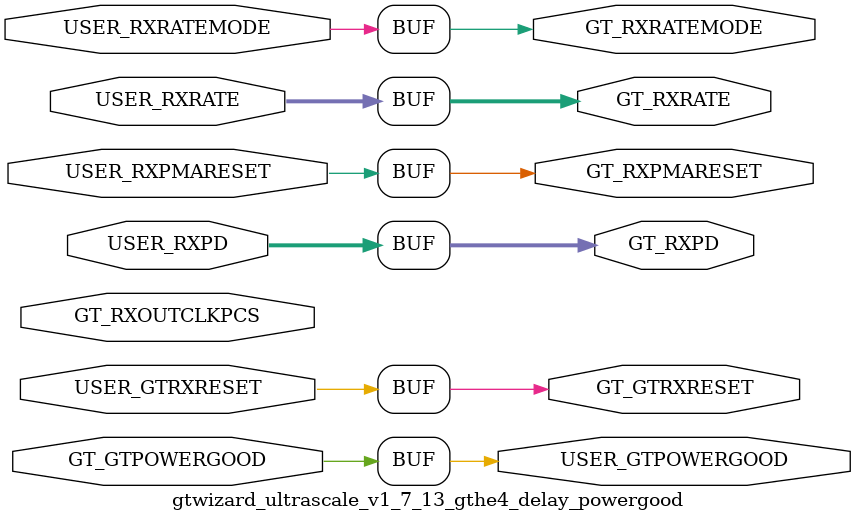
<source format=v>
module gtwizard_ultrascale_v1_7_13_gthe4_delay_powergood(	// file.cleaned.mlir:2:3
  input        GT_RXOUTCLKPCS,	// file.cleaned.mlir:2:67
               GT_GTPOWERGOOD,	// file.cleaned.mlir:2:92
  input  [2:0] USER_RXRATE,	// file.cleaned.mlir:2:117
  input        USER_RXRATEMODE,	// file.cleaned.mlir:2:139
               USER_GTRXRESET,	// file.cleaned.mlir:2:165
               USER_RXPMARESET,	// file.cleaned.mlir:2:190
  input  [1:0] USER_RXPD,	// file.cleaned.mlir:2:216
  output       USER_GTPOWERGOOD,	// file.cleaned.mlir:2:237
  output [2:0] GT_RXRATE,	// file.cleaned.mlir:2:264
  output       GT_RXRATEMODE,	// file.cleaned.mlir:2:284
               GT_GTRXRESET,	// file.cleaned.mlir:2:308
               GT_RXPMARESET,	// file.cleaned.mlir:2:331
  output [1:0] GT_RXPD	// file.cleaned.mlir:2:355
);

  assign USER_GTPOWERGOOD = GT_GTPOWERGOOD;	// file.cleaned.mlir:3:5
  assign GT_RXRATE = USER_RXRATE;	// file.cleaned.mlir:3:5
  assign GT_RXRATEMODE = USER_RXRATEMODE;	// file.cleaned.mlir:3:5
  assign GT_GTRXRESET = USER_GTRXRESET;	// file.cleaned.mlir:3:5
  assign GT_RXPMARESET = USER_RXPMARESET;	// file.cleaned.mlir:3:5
  assign GT_RXPD = USER_RXPD;	// file.cleaned.mlir:3:5
endmodule


</source>
